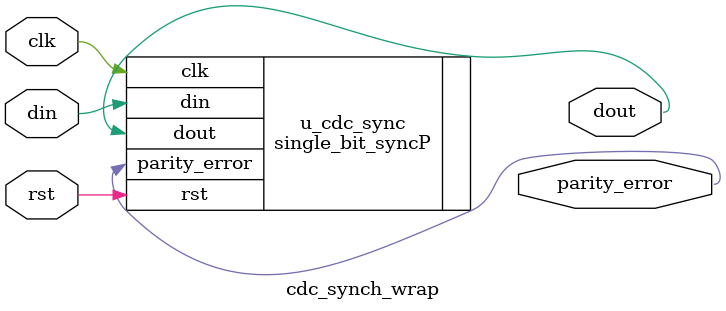
<source format=v>

`include "defines.v"

`include "const.def"

module cdc_synch_wrap
  #(
  parameter WIDTH          = 1,    
  parameter F_SYNC_TYPE    = 2,   // SYNC_FF_LEVELS >= 2
  parameter VERIF_EN       = 0,
  parameter SVA_TYPE       = 0,
  parameter TMR_CDC        = 0    
  )
  (
  input   clk,         // target (receiving) clock domain clk
  input   din,         // single bit wide input
  input   rst,
  
  output  parity_error,
  output  dout
);

  single_bit_syncP u_cdc_sync
  (
     .clk   (clk),
     .rst   (rst),
     .din   (din),
     .dout  (dout),
     .parity_error  (parity_error)
  );

endmodule // cdc_sync

</source>
